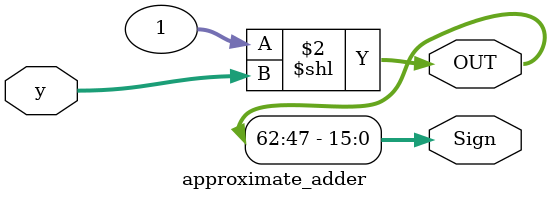
<source format=v>
`timescale 1ns / 1ps
module approximate_adder (y, OUT,Sign);  
  input [63:0]y;  
  output [63:0] OUT;  
  reg [63:0] OUT;  
   output [15:0] Sign;  
  reg [15:0]Sign;  
 
  always @(y or OUT )  
  begin  

  OUT = 2**y; 
  Sign= OUT[63:47];
  end  
endmodule 
</source>
